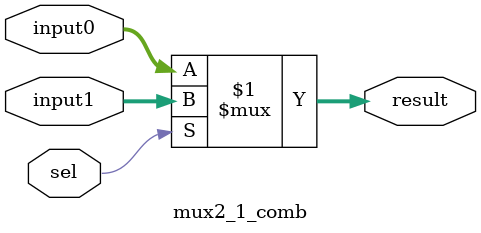
<source format=sv>

module mux2_1_comb#(
    parameter  DW = 32
)(
    input  [DW-1:0]    input0,
    input  [DW-1:0]    input1,
    input              sel   ,
    output [DW-1:0]    result
);

    assign result = (sel) ? input1 : input0;

endmodule
</source>
